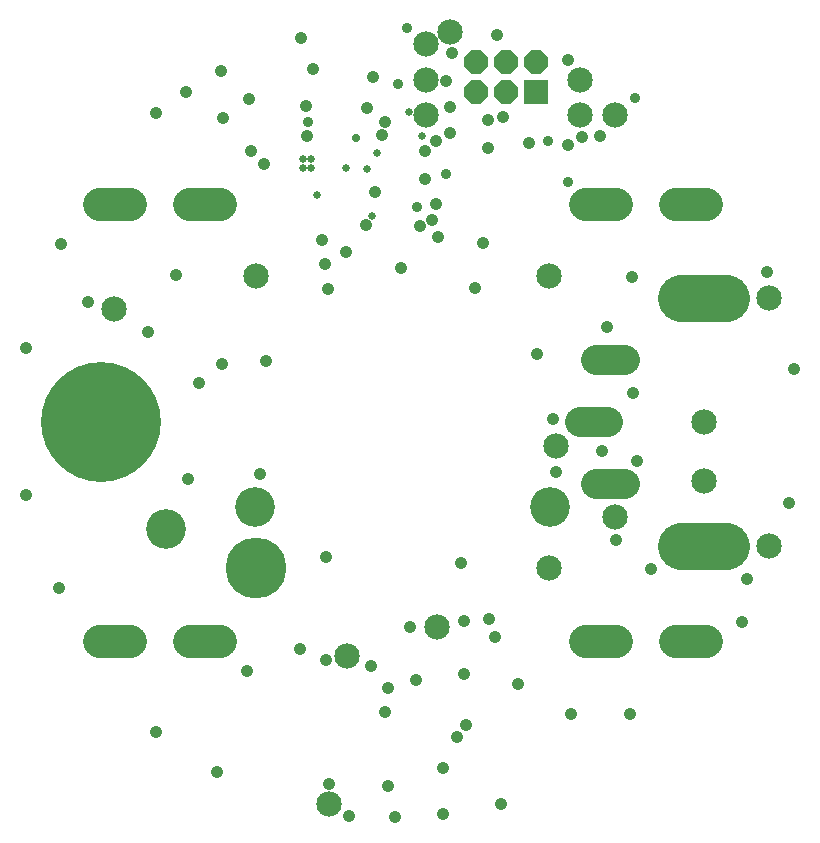
<source format=gbs>
G75*
%MOIN*%
%OFA0B0*%
%FSLAX24Y24*%
%IPPOS*%
%LPD*%
%AMOC8*
5,1,8,0,0,1.08239X$1,22.5*
%
%ADD10C,0.1320*%
%ADD11C,0.3997*%
%ADD12C,0.1005*%
%ADD13C,0.1562*%
%ADD14R,0.0800X0.0800*%
%ADD15OC8,0.0800*%
%ADD16C,0.1110*%
%ADD17C,0.0847*%
%ADD18C,0.2029*%
%ADD19C,0.0357*%
%ADD20C,0.0414*%
%ADD21C,0.0260*%
%ADD22C,0.0278*%
D10*
X006086Y010416D03*
X009040Y011130D03*
X018880Y011130D03*
D11*
X003920Y013960D03*
D12*
X019865Y013960D02*
X020810Y013960D01*
X020420Y016026D02*
X021365Y016026D01*
X021365Y011893D02*
X020420Y011893D01*
D13*
X023248Y009826D02*
X024750Y009826D01*
X024750Y018093D02*
X023248Y018093D01*
D14*
X018424Y024956D03*
D15*
X018424Y025956D03*
X017424Y025956D03*
X016424Y025956D03*
X016424Y024956D03*
X017424Y024956D03*
D16*
X020035Y021243D02*
X021085Y021243D01*
X023035Y021243D02*
X024085Y021243D01*
X024085Y006676D02*
X023035Y006676D01*
X021085Y006676D02*
X020035Y006676D01*
X007885Y006676D02*
X006835Y006676D01*
X004885Y006676D02*
X003835Y006676D01*
X003835Y021243D02*
X004885Y021243D01*
X006835Y021243D02*
X007885Y021243D01*
D17*
X009090Y018830D03*
X004353Y017739D03*
X014747Y024196D03*
X014747Y025377D03*
X014747Y026558D03*
X015534Y026952D03*
X019865Y025377D03*
X019865Y024196D03*
X021046Y024196D03*
X018830Y018830D03*
X023999Y013960D03*
X023999Y011991D03*
X026164Y009826D03*
X021046Y010810D03*
X018830Y009090D03*
X015101Y007149D03*
X012109Y006164D03*
X011519Y001243D03*
X019078Y013172D03*
X026164Y018093D03*
D18*
X009090Y009090D03*
D19*
X014432Y021125D03*
X015416Y022227D03*
X013814Y025239D03*
X014117Y027089D03*
X010802Y023956D03*
X018802Y023349D03*
X019471Y021952D03*
X021715Y024767D03*
D20*
X005731Y003625D03*
X007778Y002306D03*
X008763Y005652D03*
X010554Y006400D03*
X011400Y006046D03*
X012897Y005849D03*
X013487Y005101D03*
X013369Y004314D03*
X014393Y005377D03*
X016007Y005574D03*
X017050Y006794D03*
X016834Y007385D03*
X016007Y007345D03*
X014196Y007149D03*
X015908Y009274D03*
X019078Y012286D03*
X020593Y013015D03*
X021774Y012660D03*
X021656Y014944D03*
X020790Y017149D03*
X021617Y018802D03*
X018428Y016243D03*
X018960Y014058D03*
X021086Y010023D03*
X022227Y009078D03*
X025278Y007306D03*
X025436Y008743D03*
X026853Y011282D03*
X027011Y015731D03*
X026105Y018960D03*
X020534Y023487D03*
X019944Y023467D03*
X019471Y023211D03*
X018172Y023251D03*
X017306Y024117D03*
X016794Y024019D03*
X016794Y023113D03*
X015534Y023586D03*
X015062Y023330D03*
X014708Y023015D03*
X014708Y022070D03*
X015064Y021241D03*
X014944Y020692D03*
X014550Y020515D03*
X015141Y020121D03*
X013920Y019097D03*
X012739Y020534D03*
X012089Y019629D03*
X011381Y019235D03*
X011263Y020023D03*
X011479Y018389D03*
X009393Y015987D03*
X007956Y015889D03*
X007168Y015259D03*
X005475Y016952D03*
X006420Y018881D03*
X003487Y017956D03*
X002582Y019885D03*
X001400Y016420D03*
X001400Y011538D03*
X002503Y008428D03*
X006794Y012070D03*
X009215Y012227D03*
X011420Y009471D03*
X016066Y003881D03*
X015771Y003483D03*
X015298Y002424D03*
X015318Y000889D03*
X013723Y000810D03*
X013487Y001834D03*
X012188Y000849D03*
X011519Y001912D03*
X017247Y001243D03*
X019570Y004235D03*
X021538Y004235D03*
X017798Y005219D03*
X016361Y018428D03*
X016637Y019924D03*
X013054Y021617D03*
X013259Y023526D03*
X013369Y023960D03*
X012774Y024436D03*
X012975Y025463D03*
X010991Y025719D03*
X010578Y026751D03*
X008834Y024747D03*
X007989Y024111D03*
X008924Y023015D03*
X009353Y022582D03*
X010771Y023487D03*
X010731Y024515D03*
X007897Y025672D03*
X006755Y024963D03*
X005731Y024255D03*
X015416Y025318D03*
X015534Y024452D03*
X015613Y026263D03*
X017109Y026853D03*
X019471Y026026D03*
D21*
X014609Y023487D03*
X014176Y024314D03*
X013113Y022936D03*
X012759Y022385D03*
X012089Y022424D03*
X011105Y021519D03*
X010913Y022444D03*
X010908Y022719D03*
X010633Y022719D03*
X010633Y022444D03*
X012956Y020849D03*
D22*
X012424Y023448D03*
M02*

</source>
